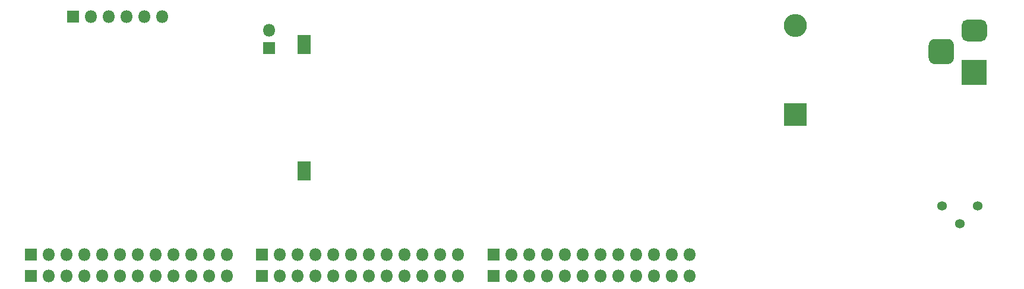
<source format=gbr>
%TF.GenerationSoftware,KiCad,Pcbnew,(5.1.5-131-g305ed0b65)-1*%
%TF.CreationDate,2020-09-08T16:10:38+08:00*%
%TF.ProjectId,NixieController,4e697869-6543-46f6-9e74-726f6c6c6572,rev?*%
%TF.SameCoordinates,Original*%
%TF.FileFunction,Soldermask,Bot*%
%TF.FilePolarity,Negative*%
%FSLAX46Y46*%
G04 Gerber Fmt 4.6, Leading zero omitted, Abs format (unit mm)*
G04 Created by KiCad (PCBNEW (5.1.5-131-g305ed0b65)-1) date 2020-09-08 16:10:38*
%MOMM*%
%LPD*%
G01*
G04 APERTURE LIST*
%ADD10R,1.900000X2.700000*%
%ADD11O,1.800000X1.800000*%
%ADD12R,1.800000X1.800000*%
%ADD13R,3.600000X3.600000*%
%ADD14C,1.360000*%
%ADD15R,3.300000X3.300000*%
%ADD16O,3.300000X3.300000*%
G04 APERTURE END LIST*
D10*
%TO.C,BT1*%
X108000000Y-99000000D03*
X108000000Y-81000000D03*
%TD*%
D11*
%TO.C,J8*%
X103000000Y-79000000D03*
D12*
X103000000Y-81540000D03*
%TD*%
D13*
%TO.C,J7*%
X203500000Y-85000000D03*
G36*
G01*
X202475000Y-77450000D02*
X204525000Y-77450000D01*
G75*
G02*
X205300000Y-78225000I0J-775000D01*
G01*
X205300000Y-79775000D01*
G75*
G02*
X204525000Y-80550000I-775000J0D01*
G01*
X202475000Y-80550000D01*
G75*
G02*
X201700000Y-79775000I0J775000D01*
G01*
X201700000Y-78225000D01*
G75*
G02*
X202475000Y-77450000I775000J0D01*
G01*
G37*
G36*
G01*
X197900000Y-80200000D02*
X199700000Y-80200000D01*
G75*
G02*
X200600000Y-81100000I0J-900000D01*
G01*
X200600000Y-82900000D01*
G75*
G02*
X199700000Y-83800000I-900000J0D01*
G01*
X197900000Y-83800000D01*
G75*
G02*
X197000000Y-82900000I0J900000D01*
G01*
X197000000Y-81100000D01*
G75*
G02*
X197900000Y-80200000I900000J0D01*
G01*
G37*
%TD*%
D14*
%TO.C,RV1*%
X198920000Y-104000000D03*
X201460000Y-106540000D03*
X204000000Y-104000000D03*
%TD*%
D15*
%TO.C,D1*%
X178000000Y-91000000D03*
D16*
X178000000Y-78300000D03*
%TD*%
D12*
%TO.C,J9*%
X75000000Y-77000000D03*
D11*
X77540000Y-77000000D03*
X80080000Y-77000000D03*
X82620000Y-77000000D03*
X85160000Y-77000000D03*
X87700000Y-77000000D03*
%TD*%
%TO.C,J1*%
X96940000Y-114000000D03*
X94400000Y-114000000D03*
X91860000Y-114000000D03*
X89320000Y-114000000D03*
X86780000Y-114000000D03*
X84240000Y-114000000D03*
X81700000Y-114000000D03*
X79160000Y-114000000D03*
X76620000Y-114000000D03*
X74080000Y-114000000D03*
X71540000Y-114000000D03*
D12*
X69000000Y-114000000D03*
%TD*%
D11*
%TO.C,J2*%
X96940000Y-111000000D03*
X94400000Y-111000000D03*
X91860000Y-111000000D03*
X89320000Y-111000000D03*
X86780000Y-111000000D03*
X84240000Y-111000000D03*
X81700000Y-111000000D03*
X79160000Y-111000000D03*
X76620000Y-111000000D03*
X74080000Y-111000000D03*
X71540000Y-111000000D03*
D12*
X69000000Y-111000000D03*
%TD*%
%TO.C,J3*%
X102000000Y-114000000D03*
D11*
X104540000Y-114000000D03*
X107080000Y-114000000D03*
X109620000Y-114000000D03*
X112160000Y-114000000D03*
X114700000Y-114000000D03*
X117240000Y-114000000D03*
X119780000Y-114000000D03*
X122320000Y-114000000D03*
X124860000Y-114000000D03*
X127400000Y-114000000D03*
X129940000Y-114000000D03*
%TD*%
D12*
%TO.C,J4*%
X102000000Y-111000000D03*
D11*
X104540000Y-111000000D03*
X107080000Y-111000000D03*
X109620000Y-111000000D03*
X112160000Y-111000000D03*
X114700000Y-111000000D03*
X117240000Y-111000000D03*
X119780000Y-111000000D03*
X122320000Y-111000000D03*
X124860000Y-111000000D03*
X127400000Y-111000000D03*
X129940000Y-111000000D03*
%TD*%
D12*
%TO.C,J5*%
X135000000Y-114000000D03*
D11*
X137540000Y-114000000D03*
X140080000Y-114000000D03*
X142620000Y-114000000D03*
X145160000Y-114000000D03*
X147700000Y-114000000D03*
X150240000Y-114000000D03*
X152780000Y-114000000D03*
X155320000Y-114000000D03*
X157860000Y-114000000D03*
X160400000Y-114000000D03*
X162940000Y-114000000D03*
%TD*%
%TO.C,J6*%
X162940000Y-111000000D03*
X160400000Y-111000000D03*
X157860000Y-111000000D03*
X155320000Y-111000000D03*
X152780000Y-111000000D03*
X150240000Y-111000000D03*
X147700000Y-111000000D03*
X145160000Y-111000000D03*
X142620000Y-111000000D03*
X140080000Y-111000000D03*
X137540000Y-111000000D03*
D12*
X135000000Y-111000000D03*
%TD*%
M02*

</source>
